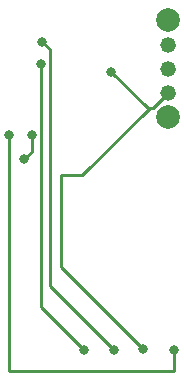
<source format=gbr>
%TF.GenerationSoftware,KiCad,Pcbnew,7.0.9*%
%TF.CreationDate,2024-03-07T22:29:03+01:00*%
%TF.ProjectId,pcb-design,7063622d-6465-4736-9967-6e2e6b696361,rev?*%
%TF.SameCoordinates,Original*%
%TF.FileFunction,Copper,L2,Bot*%
%TF.FilePolarity,Positive*%
%FSLAX46Y46*%
G04 Gerber Fmt 4.6, Leading zero omitted, Abs format (unit mm)*
G04 Created by KiCad (PCBNEW 7.0.9) date 2024-03-07 22:29:03*
%MOMM*%
%LPD*%
G01*
G04 APERTURE LIST*
%TA.AperFunction,ComponentPad*%
%ADD10C,1.320800*%
%TD*%
%TA.AperFunction,ComponentPad*%
%ADD11C,2.006600*%
%TD*%
%TA.AperFunction,ViaPad*%
%ADD12C,0.800000*%
%TD*%
%TA.AperFunction,Conductor*%
%ADD13C,0.250000*%
%TD*%
G04 APERTURE END LIST*
D10*
%TO.P,U2,1,1*%
%TO.N,Net-(U4-GND)*%
X156822000Y-126382001D03*
%TO.P,U2,2,2*%
%TO.N,unconnected-(U2-Pad2)*%
X156822000Y-124382000D03*
%TO.P,U2,3,3*%
%TO.N,Net-(U4-PA02_A0_D0)*%
X156822000Y-122381999D03*
D11*
%TO.P,U2,4*%
%TO.N,N/C*%
X156822000Y-128484100D03*
%TO.P,U2,5*%
X156822000Y-120279900D03*
%TD*%
D12*
%TO.N,Net-(U4-3V3)*%
X146155129Y-122127442D03*
X152217000Y-148185000D03*
%TO.N,Net-(U4-PA6_A10_D10_MOSI)*%
X149672750Y-148160000D03*
X146042424Y-123946395D03*
%TO.N,Net-(U4-PA9_A5_D5_SCL)*%
X145317924Y-129979000D03*
X144603000Y-132003000D03*
%TO.N,Net-(U4-GND)*%
X154686000Y-148082000D03*
X151979000Y-124626000D03*
%TO.N,Net-(U4-5V)*%
X143347000Y-129961000D03*
X157303000Y-148168000D03*
%TD*%
D13*
%TO.N,Net-(U4-3V3)*%
X146767424Y-142735424D02*
X152217000Y-148185000D01*
X146155129Y-122127442D02*
X146767424Y-122739737D01*
X146767424Y-122739737D02*
X146767424Y-142735424D01*
%TO.N,Net-(U4-PA6_A10_D10_MOSI)*%
X146042424Y-144529674D02*
X149672750Y-148160000D01*
X146042424Y-123946395D02*
X146042424Y-144529674D01*
%TO.N,Net-(U4-PA9_A5_D5_SCL)*%
X145317924Y-129979000D02*
X145317924Y-131344076D01*
X145317924Y-131344076D02*
X144657000Y-132005000D01*
X144657000Y-132005000D02*
X144655000Y-132003000D01*
X144655000Y-132003000D02*
X144603000Y-132003000D01*
%TO.N,Net-(U4-GND)*%
X155063301Y-127710301D02*
X155240000Y-127710301D01*
X147740000Y-141136000D02*
X147740000Y-133396000D01*
X155493700Y-127710301D02*
X155487000Y-127717001D01*
X147740000Y-133396000D02*
X149554301Y-133396000D01*
X156822000Y-126382001D02*
X155493700Y-127710301D01*
X149554301Y-133396000D02*
X155240000Y-127710301D01*
X151979000Y-124626000D02*
X155063301Y-127710301D01*
X148507000Y-141903000D02*
X154686000Y-148082000D01*
X148507000Y-141903000D02*
X147740000Y-141136000D01*
X155240000Y-127710301D02*
X155493700Y-127710301D01*
%TO.N,Net-(U4-5V)*%
X143324500Y-129641000D02*
X143324500Y-149897000D01*
X157242500Y-149968000D02*
X157272500Y-149938000D01*
X157352000Y-148217000D02*
X157303000Y-148168000D01*
X143365500Y-149938000D02*
X143395500Y-149968000D01*
X157329500Y-149995000D02*
X157329500Y-147897000D01*
X143395500Y-149968000D02*
X157242500Y-149968000D01*
%TD*%
M02*

</source>
